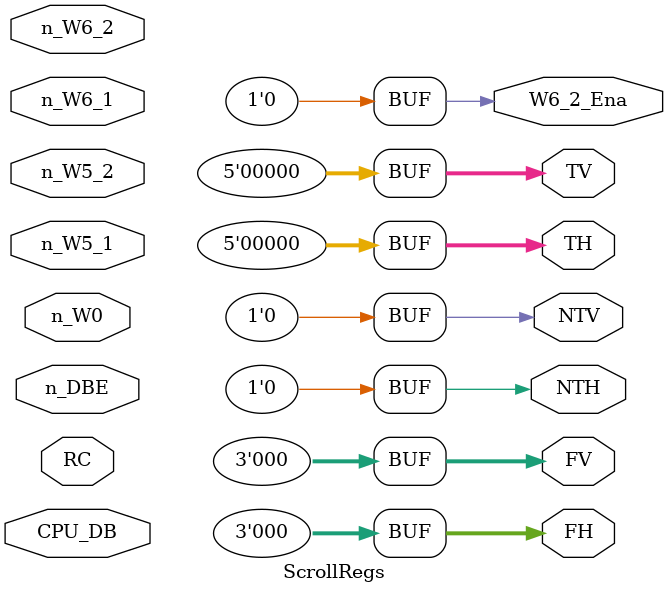
<source format=v>
module ScrollRegs(	// file.cleaned.mlir:2:3
  input        n_W0,	// file.cleaned.mlir:2:28
               n_W5_1,	// file.cleaned.mlir:2:43
               n_W5_2,	// file.cleaned.mlir:2:60
               n_W6_1,	// file.cleaned.mlir:2:77
               n_W6_2,	// file.cleaned.mlir:2:94
               n_DBE,	// file.cleaned.mlir:2:111
               RC,	// file.cleaned.mlir:2:127
  inout  [7:0] CPU_DB,	// file.cleaned.mlir:2:143
  output [2:0] FH,	// file.cleaned.mlir:2:161
               FV,	// file.cleaned.mlir:2:174
  output       NTH,	// file.cleaned.mlir:2:187
               NTV,	// file.cleaned.mlir:2:201
  output [4:0] TV,	// file.cleaned.mlir:2:215
               TH,	// file.cleaned.mlir:2:228
  output       W6_2_Ena	// file.cleaned.mlir:2:241
);

  assign FH = 3'h0;	// file.cleaned.mlir:5:14, :6:5
  assign FV = 3'h0;	// file.cleaned.mlir:5:14, :6:5
  assign NTH = 1'h0;	// file.cleaned.mlir:4:14, :6:5
  assign NTV = 1'h0;	// file.cleaned.mlir:4:14, :6:5
  assign TV = 5'h0;	// file.cleaned.mlir:3:14, :6:5
  assign TH = 5'h0;	// file.cleaned.mlir:3:14, :6:5
  assign W6_2_Ena = 1'h0;	// file.cleaned.mlir:4:14, :6:5
endmodule


</source>
